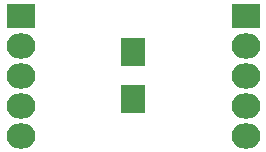
<source format=gbr>
G04 #@! TF.FileFunction,Soldermask,Bot*
%FSLAX46Y46*%
G04 Gerber Fmt 4.6, Leading zero omitted, Abs format (unit mm)*
G04 Created by KiCad (PCBNEW (2015-08-28 BZR 6132, Git 156d5f5)-product) date 9/27/2015 8:45:32 PM*
%MOMM*%
G01*
G04 APERTURE LIST*
%ADD10C,0.100000*%
%ADD11R,2.000000X2.400000*%
%ADD12R,2.432000X2.127200*%
%ADD13O,2.432000X2.127200*%
G04 APERTURE END LIST*
D10*
D11*
X147955000Y-109950000D03*
X147955000Y-105950000D03*
D12*
X138430000Y-102870000D03*
D13*
X138430000Y-105410000D03*
X138430000Y-107950000D03*
X138430000Y-110490000D03*
X138430000Y-113030000D03*
D12*
X157480000Y-102870000D03*
D13*
X157480000Y-105410000D03*
X157480000Y-107950000D03*
X157480000Y-110490000D03*
X157480000Y-113030000D03*
M02*

</source>
